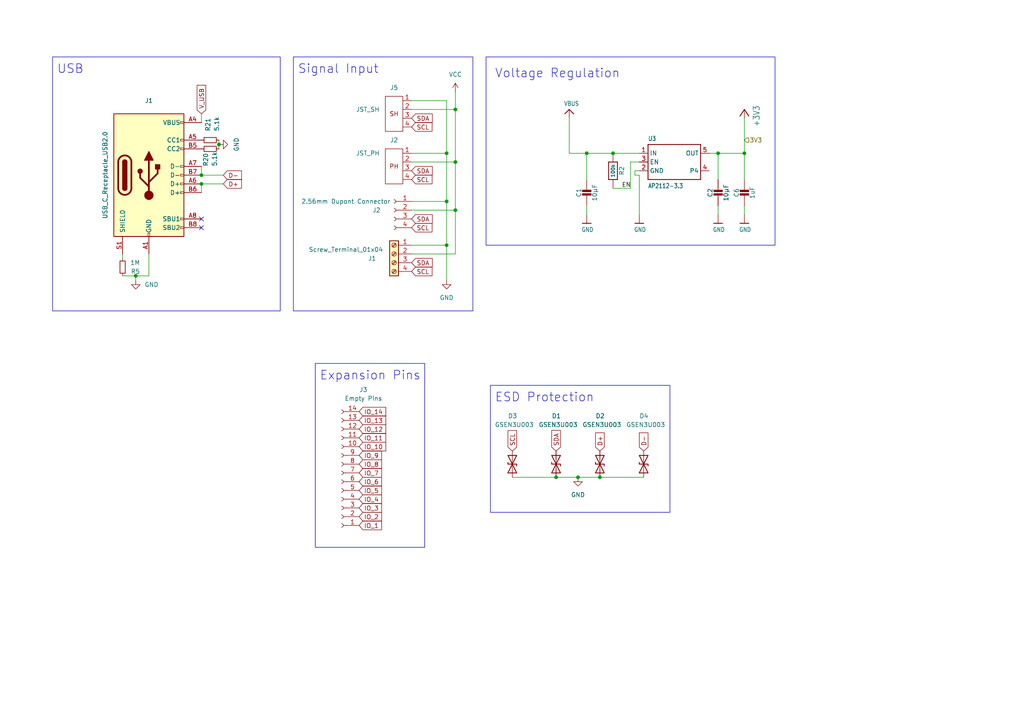
<source format=kicad_sch>
(kicad_sch (version 20230121) (generator eeschema)
  (paper "A4")
  (lib_symbols
    (symbol "Adafruit Feather M0 Express-eagle-import:+3V3" (power)
      (property "Value" "+3V3" (at -2.54 -5.08 90))
      (symbol "+3V3_1_0"
        (polyline (pts (xy 0 0) (xy -1.27 -1.905)) (stroke (width 0.254)))
        (polyline (pts (xy 1.27 -1.905) (xy 0 0)) (stroke (width 0.254)))
        (pin power_in line (at 0 -2.54 90) (length 2.54) (name "+3V3") (number "1"))
      )
    )
    (symbol "Adafruit Feather M0 Express-eagle-import:CAP_CERAMIC0603_NO"
      (property "Reference" "C" (at -2.29 1.25 90))
      (symbol "CAP_CERAMIC0603_NO_1_0"
        (rectangle (start -1.27 0.508) (end 1.27 1.016) (fill (type outline)))
        (rectangle (start -1.27 1.524) (end 1.27 2.032) (fill (type outline)))
        (polyline (pts (xy 0 0.762) (xy 0 0)) (stroke (width 0.1524)))
        (polyline (pts (xy 0 2.54) (xy 0 1.778)) (stroke (width 0.1524)))
        (pin passive line (at 0 5.08 270) (length 2.54) (name "1") (number "1"))
        (pin passive line (at 0 -2.54 90) (length 2.54) (name "2") (number "2"))
      )
    )
    (symbol "Adafruit Feather M0 Express-eagle-import:CAP_CERAMIC0805-NOOUTLINE"
      (property "Reference" "C" (at -2.29 1.25 90))
      (symbol "CAP_CERAMIC0805-NOOUTLINE_1_0"
        (rectangle (start -1.27 0.508) (end 1.27 1.016) (fill (type outline)))
        (rectangle (start -1.27 1.524) (end 1.27 2.032) (fill (type outline)))
        (polyline (pts (xy 0 0.762) (xy 0 0)) (stroke (width 0.1524)))
        (polyline (pts (xy 0 2.54) (xy 0 1.778)) (stroke (width 0.1524)))
        (pin passive line (at 0 5.08 270) (length 2.54) (name "1") (number "1"))
        (pin passive line (at 0 -2.54 90) (length 2.54) (name "2") (number "2"))
      )
    )
    (symbol "Adafruit Feather M0 Express-eagle-import:GND" (power)
      (property "Value" "GND" (at -1.524 -2.54 0))
      (symbol "GND_1_0"
        (polyline (pts (xy -1.27 0) (xy 1.27 0)) (stroke (width 0.254)))
        (pin power_in line (at 0 2.54 270) (length 2.54) (name "GND") (number "1"))
      )
    )
    (symbol "Adafruit Feather M0 Express-eagle-import:RESISTOR_0603_NOOUT"
      (property "Reference" "R" (at 0 2.54 0))
      (symbol "RESISTOR_0603_NOOUT_1_0"
        (polyline (pts (xy -2.54 -1.27) (xy -2.54 1.27)) (stroke (width 0.254)))
        (polyline (pts (xy -2.54 1.27) (xy 2.54 1.27)) (stroke (width 0.254)))
        (polyline (pts (xy 2.54 -1.27) (xy -2.54 -1.27)) (stroke (width 0.254)))
        (polyline (pts (xy 2.54 1.27) (xy 2.54 -1.27)) (stroke (width 0.254)))
        (pin passive line (at -5.08 0 0) (length 2.54) (name "1") (number "1"))
        (pin passive line (at 5.08 0 180) (length 2.54) (name "2") (number "2"))
      )
    )
    (symbol "Adafruit Feather M0 Express-eagle-import:VBUS" (power)
      (property "Value" "VBUS" (at -1.524 1.016 0))
      (symbol "VBUS_1_0"
        (polyline (pts (xy -1.27 -1.27) (xy 0 0)) (stroke (width 0.254)))
        (polyline (pts (xy 0 0) (xy 1.27 -1.27)) (stroke (width 0.254)))
        (pin power_in line (at 0 -2.54 90) (length 2.54) (name "VBUS") (number "1"))
      )
    )
    (symbol "Adafruit Feather M0 Express-eagle-import:VREG_SOT23-5"
      (property "Reference" "U" (at -7.62 6.096 0))
      (symbol "VREG_SOT23-5_1_0"
        (polyline (pts (xy -7.62 -5.08) (xy -7.62 5.08)) (stroke (width 0.254)))
        (polyline (pts (xy -7.62 5.08) (xy 7.62 5.08)) (stroke (width 0.254)))
        (polyline (pts (xy 7.62 -5.08) (xy -7.62 -5.08)) (stroke (width 0.254)))
        (polyline (pts (xy 7.62 5.08) (xy 7.62 -5.08)) (stroke (width 0.254)))
        (pin power_in line (at -10.16 2.54 0) (length 2.54) (name "IN") (number "1"))
        (pin power_in line (at -10.16 -2.54 0) (length 2.54) (name "GND") (number "2"))
        (pin input line (at -10.16 0 0) (length 2.54) (name "EN") (number "3"))
        (pin bidirectional line (at 10.16 -2.54 180) (length 2.54) (name "P4") (number "4"))
        (pin power_in line (at 10.16 2.54 180) (length 2.54) (name "OUT") (number "5"))
      )
    )
    (symbol "Connector:Conn_01x04_Socket" (pin_names (offset 1.016) hide)
      (property "Reference" "J" (at 0 5.08 0))
      (property "Value" "Conn_01x04_Socket" (at 0 -7.62 0))
      (symbol "Conn_01x04_Socket_1_1"
        (arc (start 0 -4.572) (mid -0.5058 -5.08) (end 0 -5.588) (stroke (width 0.1524)))
        (arc (start 0 -2.032) (mid -0.5058 -2.54) (end 0 -3.048) (stroke (width 0.1524)))
        (polyline (pts (xy -1.27 -5.08) (xy -0.508 -5.08)) (stroke (width 0.1524)))
        (polyline (pts (xy -1.27 -2.54) (xy -0.508 -2.54)) (stroke (width 0.1524)))
        (polyline (pts (xy -1.27 0) (xy -0.508 0)) (stroke (width 0.1524)))
        (polyline (pts (xy -1.27 2.54) (xy -0.508 2.54)) (stroke (width 0.1524)))
        (arc (start 0 0.508) (mid -0.5058 0) (end 0 -0.508) (stroke (width 0.1524)))
        (arc (start 0 3.048) (mid -0.5058 2.54) (end 0 2.032) (stroke (width 0.1524)))
        (pin passive line (at -5.08 2.54 0) (length 3.81) (name "Pin_1") (number "1"))
        (pin passive line (at -5.08 0 0) (length 3.81) (name "Pin_2") (number "2"))
        (pin passive line (at -5.08 -2.54 0) (length 3.81) (name "Pin_3") (number "3"))
        (pin passive line (at -5.08 -5.08 0) (length 3.81) (name "Pin_4") (number "4"))
      )
    )
    (symbol "Connector:Conn_01x14_Socket" (pin_names (offset 1.016) hide)
      (property "Reference" "J" (at 0 17.78 0))
      (property "Value" "Conn_01x14_Socket" (at 0 -20.32 0))
      (symbol "Conn_01x14_Socket_1_1"
        (arc (start 0 -17.272) (mid -0.5058 -17.78) (end 0 -18.288) (stroke (width 0.1524)))
        (arc (start 0 -14.732) (mid -0.5058 -15.24) (end 0 -15.748) (stroke (width 0.1524)))
        (arc (start 0 -12.192) (mid -0.5058 -12.7) (end 0 -13.208) (stroke (width 0.1524)))
        (arc (start 0 -9.652) (mid -0.5058 -10.16) (end 0 -10.668) (stroke (width 0.1524)))
        (arc (start 0 -7.112) (mid -0.5058 -7.62) (end 0 -8.128) (stroke (width 0.1524)))
        (arc (start 0 -4.572) (mid -0.5058 -5.08) (end 0 -5.588) (stroke (width 0.1524)))
        (arc (start 0 -2.032) (mid -0.5058 -2.54) (end 0 -3.048) (stroke (width 0.1524)))
        (polyline (pts (xy -1.27 -17.78) (xy -0.508 -17.78)) (stroke (width 0.1524)))
        (polyline (pts (xy -1.27 -15.24) (xy -0.508 -15.24)) (stroke (width 0.1524)))
        (polyline (pts (xy -1.27 -12.7) (xy -0.508 -12.7)) (stroke (width 0.1524)))
        (polyline (pts (xy -1.27 -10.16) (xy -0.508 -10.16)) (stroke (width 0.1524)))
        (polyline (pts (xy -1.27 -7.62) (xy -0.508 -7.62)) (stroke (width 0.1524)))
        (polyline (pts (xy -1.27 -5.08) (xy -0.508 -5.08)) (stroke (width 0.1524)))
        (polyline (pts (xy -1.27 -2.54) (xy -0.508 -2.54)) (stroke (width 0.1524)))
        (polyline (pts (xy -1.27 0) (xy -0.508 0)) (stroke (width 0.1524)))
        (polyline (pts (xy -1.27 2.54) (xy -0.508 2.54)) (stroke (width 0.1524)))
        (polyline (pts (xy -1.27 5.08) (xy -0.508 5.08)) (stroke (width 0.1524)))
        (polyline (pts (xy -1.27 7.62) (xy -0.508 7.62)) (stroke (width 0.1524)))
        (polyline (pts (xy -1.27 10.16) (xy -0.508 10.16)) (stroke (width 0.1524)))
        (polyline (pts (xy -1.27 12.7) (xy -0.508 12.7)) (stroke (width 0.1524)))
        (polyline (pts (xy -1.27 15.24) (xy -0.508 15.24)) (stroke (width 0.1524)))
        (arc (start 0 0.508) (mid -0.5058 0) (end 0 -0.508) (stroke (width 0.1524)))
        (arc (start 0 3.048) (mid -0.5058 2.54) (end 0 2.032) (stroke (width 0.1524)))
        (arc (start 0 5.588) (mid -0.5058 5.08) (end 0 4.572) (stroke (width 0.1524)))
        (arc (start 0 8.128) (mid -0.5058 7.62) (end 0 7.112) (stroke (width 0.1524)))
        (arc (start 0 10.668) (mid -0.5058 10.16) (end 0 9.652) (stroke (width 0.1524)))
        (arc (start 0 13.208) (mid -0.5058 12.7) (end 0 12.192) (stroke (width 0.1524)))
        (arc (start 0 15.748) (mid -0.5058 15.24) (end 0 14.732) (stroke (width 0.1524)))
        (pin passive line (at -5.08 15.24 0) (length 3.81) (name "Pin_1") (number "1"))
        (pin passive line (at -5.08 -7.62 0) (length 3.81) (name "Pin_10") (number "10"))
        (pin passive line (at -5.08 -10.16 0) (length 3.81) (name "Pin_11") (number "11"))
        (pin passive line (at -5.08 -12.7 0) (length 3.81) (name "Pin_12") (number "12"))
        (pin passive line (at -5.08 -15.24 0) (length 3.81) (name "Pin_13") (number "13"))
        (pin passive line (at -5.08 -17.78 0) (length 3.81) (name "Pin_14") (number "14"))
        (pin passive line (at -5.08 12.7 0) (length 3.81) (name "Pin_2") (number "2"))
        (pin passive line (at -5.08 10.16 0) (length 3.81) (name "Pin_3") (number "3"))
        (pin passive line (at -5.08 7.62 0) (length 3.81) (name "Pin_4") (number "4"))
        (pin passive line (at -5.08 5.08 0) (length 3.81) (name "Pin_5") (number "5"))
        (pin passive line (at -5.08 2.54 0) (length 3.81) (name "Pin_6") (number "6"))
        (pin passive line (at -5.08 0 0) (length 3.81) (name "Pin_7") (number "7"))
        (pin passive line (at -5.08 -2.54 0) (length 3.81) (name "Pin_8") (number "8"))
        (pin passive line (at -5.08 -5.08 0) (length 3.81) (name "Pin_9") (number "9"))
      )
    )
    (symbol "Connector:Screw_Terminal_01x04" (pin_names (offset 1.016) hide)
      (property "Reference" "J" (at 0 5.08 0))
      (property "Value" "Screw_Terminal_01x04" (at 0 -7.62 0))
      (symbol "Screw_Terminal_01x04_1_1"
        (rectangle (start -1.27 3.81) (end 1.27 -6.35) (stroke (width 0.254)) (fill (type background)))
        (circle (center 0 -5.08) (radius 0.635) (stroke (width 0.1524)))
        (circle (center 0 -2.54) (radius 0.635) (stroke (width 0.1524)))
        (polyline (pts (xy -0.5334 -4.7498) (xy 0.3302 -5.588)) (stroke (width 0.1524)))
        (polyline (pts (xy -0.5334 -2.2098) (xy 0.3302 -3.048)) (stroke (width 0.1524)))
        (polyline (pts (xy -0.5334 0.3302) (xy 0.3302 -0.508)) (stroke (width 0.1524)))
        (polyline (pts (xy -0.5334 2.8702) (xy 0.3302 2.032)) (stroke (width 0.1524)))
        (polyline (pts (xy -0.3556 -4.572) (xy 0.508 -5.4102)) (stroke (width 0.1524)))
        (polyline (pts (xy -0.3556 -2.032) (xy 0.508 -2.8702)) (stroke (width 0.1524)))
        (polyline (pts (xy -0.3556 0.508) (xy 0.508 -0.3302)) (stroke (width 0.1524)))
        (polyline (pts (xy -0.3556 3.048) (xy 0.508 2.2098)) (stroke (width 0.1524)))
        (circle (center 0 0) (radius 0.635) (stroke (width 0.1524)))
        (circle (center 0 2.54) (radius 0.635) (stroke (width 0.1524)))
        (pin passive line (at -5.08 2.54 0) (length 3.81) (name "Pin_1") (number "1"))
        (pin passive line (at -5.08 0 0) (length 3.81) (name "Pin_2") (number "2"))
        (pin passive line (at -5.08 -2.54 0) (length 3.81) (name "Pin_3") (number "3"))
        (pin passive line (at -5.08 -5.08 0) (length 3.81) (name "Pin_4") (number "4"))
      )
    )
    (symbol "Connector:USB_C_Receptacle_USB2.0" (pin_names (offset 1.016))
      (property "Reference" "J" (at -10.16 19.05 0))
      (property "Value" "USB_C_Receptacle_USB2.0" (at 19.05 19.05 0))
      (symbol "USB_C_Receptacle_USB2.0_0_0"
        (rectangle (start -0.254 -17.78) (end 0.254 -16.764))
        (rectangle (start 10.16 -14.986) (end 9.144 -15.494))
        (rectangle (start 10.16 -12.446) (end 9.144 -12.954))
        (rectangle (start 10.16 -4.826) (end 9.144 -5.334))
        (rectangle (start 10.16 -2.286) (end 9.144 -2.794))
        (rectangle (start 10.16 0.254) (end 9.144 -0.254))
        (rectangle (start 10.16 2.794) (end 9.144 2.286))
        (rectangle (start 10.16 7.874) (end 9.144 7.366))
        (rectangle (start 10.16 10.414) (end 9.144 9.906))
        (rectangle (start 10.16 15.494) (end 9.144 14.986))
      )
      (symbol "USB_C_Receptacle_USB2.0_0_1"
        (rectangle (start -10.16 17.78) (end 10.16 -17.78) (stroke (width 0.254)) (fill (type background)))
        (arc (start -8.89 -3.81) (mid -6.985 -5.7067) (end -5.08 -3.81) (stroke (width 0.508)))
        (arc (start -7.62 -3.81) (mid -6.985 -4.4423) (end -6.35 -3.81) (stroke (width 0.254)))
        (arc (start -7.62 -3.81) (mid -6.985 -4.4423) (end -6.35 -3.81) (stroke (width 0.254)) (fill (type outline)))
        (rectangle (start -7.62 -3.81) (end -6.35 3.81) (stroke (width 0.254)) (fill (type outline)))
        (arc (start -6.35 3.81) (mid -6.985 4.4423) (end -7.62 3.81) (stroke (width 0.254)))
        (arc (start -6.35 3.81) (mid -6.985 4.4423) (end -7.62 3.81) (stroke (width 0.254)) (fill (type outline)))
        (arc (start -5.08 3.81) (mid -6.985 5.7067) (end -8.89 3.81) (stroke (width 0.508)))
        (circle (center -2.54 1.143) (radius 0.635) (stroke (width 0.254)) (fill (type outline)))
        (circle (center 0 -5.842) (radius 1.27) (fill (type outline)))
        (polyline (pts (xy -8.89 -3.81) (xy -8.89 3.81)) (stroke (width 0.508)))
        (polyline (pts (xy -5.08 3.81) (xy -5.08 -3.81)) (stroke (width 0.508)))
        (polyline (pts (xy 0 -5.842) (xy 0 4.318)) (stroke (width 0.508)))
        (polyline (pts (xy 0 -3.302) (xy -2.54 -0.762) (xy -2.54 0.508)) (stroke (width 0.508)))
        (polyline (pts (xy 0 -2.032) (xy 2.54 0.508) (xy 2.54 1.778)) (stroke (width 0.508)))
        (polyline (pts (xy -1.27 4.318) (xy 0 6.858) (xy 1.27 4.318) (xy -1.27 4.318)) (stroke (width 0.254)) (fill (type outline)))
        (rectangle (start 1.905 1.778) (end 3.175 3.048) (stroke (width 0.254)) (fill (type outline)))
      )
      (symbol "USB_C_Receptacle_USB2.0_1_1"
        (pin passive line (at 0 -22.86 90) (length 5.08) (name "GND") (number "A1"))
        (pin passive line (at 0 -22.86 90) (length 5.08) hide (name "GND") (number "A12"))
        (pin passive line (at 15.24 15.24 180) (length 5.08) (name "VBUS") (number "A4"))
        (pin bidirectional line (at 15.24 10.16 180) (length 5.08) (name "CC1") (number "A5"))
        (pin bidirectional line (at 15.24 -2.54 180) (length 5.08) (name "D+") (number "A6"))
        (pin bidirectional line (at 15.24 2.54 180) (length 5.08) (name "D-") (number "A7"))
        (pin bidirectional line (at 15.24 -12.7 180) (length 5.08) (name "SBU1") (number "A8"))
        (pin passive line (at 15.24 15.24 180) (length 5.08) hide (name "VBUS") (number "A9"))
        (pin passive line (at 0 -22.86 90) (length 5.08) hide (name "GND") (number "B1"))
        (pin passive line (at 0 -22.86 90) (length 5.08) hide (name "GND") (number "B12"))
        (pin passive line (at 15.24 15.24 180) (length 5.08) hide (name "VBUS") (number "B4"))
        (pin bidirectional line (at 15.24 7.62 180) (length 5.08) (name "CC2") (number "B5"))
        (pin bidirectional line (at 15.24 -5.08 180) (length 5.08) (name "D+") (number "B6"))
        (pin bidirectional line (at 15.24 0 180) (length 5.08) (name "D-") (number "B7"))
        (pin bidirectional line (at 15.24 -15.24 180) (length 5.08) (name "SBU2") (number "B8"))
        (pin passive line (at 15.24 15.24 180) (length 5.08) hide (name "VBUS") (number "B9"))
        (pin passive line (at -7.62 -22.86 90) (length 5.08) (name "SHIELD") (number "S1"))
      )
    )
    (symbol "Device:D_TVS" (pin_numbers hide) (pin_names (offset 1.016) hide)
      (property "Reference" "D" (at 0 2.54 0))
      (property "Value" "D_TVS" (at 0 -2.54 0))
      (symbol "D_TVS_0_1"
        (polyline (pts (xy 1.27 0) (xy -1.27 0)))
        (polyline (pts (xy 0.508 1.27) (xy 0 1.27) (xy 0 -1.27) (xy -0.508 -1.27)) (stroke (width 0.254)))
        (polyline (pts (xy -2.54 1.27) (xy -2.54 -1.27) (xy 2.54 1.27) (xy 2.54 -1.27) (xy -2.54 1.27)) (stroke (width 0.254)))
      )
      (symbol "D_TVS_1_1"
        (pin passive line (at -3.81 0 0) (length 2.54) (name "A1") (number "1"))
        (pin passive line (at 3.81 0 180) (length 2.54) (name "A2") (number "2"))
      )
    )
    (symbol "Device:R_Small" (pin_numbers hide) (pin_names (offset 0.254) hide)
      (property "Reference" "R" (at 0.762 0.508 0))
      (property "Value" "R_Small" (at 0.762 -1.016 0))
      (symbol "R_Small_0_1"
        (rectangle (start -0.762 1.778) (end 0.762 -1.778) (stroke (width 0.2032)))
      )
      (symbol "R_Small_1_1"
        (pin passive line (at 0 2.54 270) (length 0.762) (name "~") (number "1"))
        (pin passive line (at 0 -2.54 90) (length 0.762) (name "~") (number "2"))
      )
    )
    (symbol "JST:JST_PH_4pin"
      (property "Reference" "U" (at 0 6.35 0))
      (symbol "JST_PH_4pin_1_1"
        (rectangle (start -2.54 5.08) (end 2.54 -5.08))
        (text "PH" (at 0 0 0) (effects (font (size 1.27 1.27))))
        (pin bidirectional line (at 5.08 3.81 180) (length 2.54) (name "") (number "1"))
        (pin bidirectional line (at 5.08 1.27 180) (length 2.54) (name "") (number "2"))
        (pin bidirectional line (at 5.08 -1.27 180) (length 2.54) (name "") (number "3"))
        (pin bidirectional line (at 5.08 -3.81 180) (length 2.54) (name "") (number "4"))
      )
    )
    (symbol "JST:JST_SH_4pin"
      (property "Reference" "U" (at 0 7.62 0))
      (symbol "JST_SH_4pin_1_1"
        (rectangle (start -2.54 5.08) (end 2.54 -5.08))
        (text "SH" (at 0 0 0) (effects (font (size 1.27 1.27))))
        (pin bidirectional line (at 5.08 3.81 180) (length 2.54) (name "") (number "1"))
        (pin bidirectional line (at 5.08 1.27 180) (length 2.54) (name "") (number "2"))
        (pin bidirectional line (at 5.08 -1.27 180) (length 2.54) (name "") (number "3"))
        (pin bidirectional line (at 5.08 -3.81 180) (length 2.54) (name "") (number "4"))
      )
    )
    (symbol "power:GND" (power) (pin_names (offset 0))
      (property "Value" "GND" (at 0 -3.81 0))
      (symbol "GND_0_1"
        (polyline (pts (xy 0 0) (xy 0 -1.27) (xy 1.27 -1.27) (xy 0 -2.54) (xy -1.27 -1.27) (xy 0 -1.27)))
      )
      (symbol "GND_1_1"
        (pin power_in line (at 0 0 270) (length 0) hide (name "GND") (number "1"))
      )
    )
    (symbol "power:VCC" (power) (pin_names (offset 0))
      (property "Value" "VCC" (at 0 3.81 0))
      (symbol "VCC_0_1"
        (polyline (pts (xy -0.762 1.27) (xy 0 2.54)))
        (polyline (pts (xy 0 0) (xy 0 2.54)))
        (polyline (pts (xy 0 2.54) (xy 0.762 1.27)))
      )
      (symbol "VCC_1_1"
        (pin power_in line (at 0 0 90) (length 0) hide (name "VCC") (number "1"))
      )
    )
  )
  (junction (at 215.9 44.45))
  (junction (at 167.64 138.43))
  (junction (at 161.29 138.43))
  (junction (at 129.54 44.45))
  (junction (at 177.8 44.45))
  (junction (at 129.54 58.42))
  (junction (at 170.18 44.45))
  (junction (at 173.99 138.43))
  (junction (at 129.54 71.12))
  (junction (at 132.08 46.99))
  (junction (at 63.5 41.91))
  (junction (at 132.08 31.75))
  (junction (at 58.42 53.34))
  (junction (at 208.28 44.45))
  (junction (at 58.42 50.8))
  (junction (at 132.08 60.96))
  (junction (at 39.37 80.01))
  (no_connect (at 58.42 63.5))
  (no_connect (at 58.42 66.04))
  (wire (pts (xy 129.54 29.21) (xy 129.54 44.45)))
  (wire (pts (xy 119.38 60.96) (xy 132.08 60.96)))
  (wire (pts (xy 205.74 44.45) (xy 208.28 44.45)) (stroke (width 0.1524)))
  (wire (pts (xy 58.42 53.34) (xy 64.77 53.34)))
  (wire (pts (xy 182.88 46.99) (xy 185.42 46.99)) (stroke (width 0.1524)))
  (wire (pts (xy 119.38 73.66) (xy 132.08 73.66)))
  (wire (pts (xy 165.1 44.45) (xy 170.18 44.45)) (stroke (width 0.1524)))
  (wire (pts (xy 132.08 31.75) (xy 132.08 26.67)))
  (wire (pts (xy 165.1 34.29) (xy 165.1 44.45)) (stroke (width 0.1524)))
  (wire (pts (xy 129.54 44.45) (xy 129.54 58.42)))
  (wire (pts (xy 208.28 59.69) (xy 208.28 62.23)) (stroke (width 0.1524)))
  (wire (pts (xy 119.38 44.45) (xy 129.54 44.45)))
  (wire (pts (xy 215.9 59.69) (xy 215.9 62.23)) (stroke (width 0.1524)))
  (wire (pts (xy 185.42 50.8) (xy 185.42 62.23)) (stroke (width 0.1524)))
  (wire (pts (xy 43.18 73.66) (xy 43.18 80.01)))
  (wire (pts (xy 119.38 31.75) (xy 132.08 31.75)))
  (wire (pts (xy 161.29 138.43) (xy 167.64 138.43)))
  (wire (pts (xy 119.38 29.21) (xy 129.54 29.21)))
  (wire (pts (xy 39.37 80.01) (xy 39.37 81.28)))
  (wire (pts (xy 132.08 73.66) (xy 132.08 60.96)))
  (wire (pts (xy 208.28 44.45) (xy 215.9 44.45)) (stroke (width 0.1524)))
  (wire (pts (xy 58.42 48.26) (xy 58.42 50.8)))
  (wire (pts (xy 119.38 58.42) (xy 129.54 58.42)))
  (wire (pts (xy 39.37 80.01) (xy 43.18 80.01)))
  (wire (pts (xy 215.9 44.45) (xy 215.9 34.29)) (stroke (width 0.1524)))
  (wire (pts (xy 58.42 35.56) (xy 58.42 33.02)))
  (wire (pts (xy 215.9 44.45) (xy 215.9 52.07)) (stroke (width 0.1524)))
  (wire (pts (xy 182.88 54.61) (xy 182.88 46.99)) (stroke (width 0.1524)))
  (wire (pts (xy 132.08 46.99) (xy 132.08 31.75)))
  (wire (pts (xy 129.54 58.42) (xy 129.54 71.12)))
  (wire (pts (xy 184.15 49.53) (xy 184.15 50.8)) (stroke (width 0.1524)))
  (wire (pts (xy 148.59 138.43) (xy 161.29 138.43)))
  (wire (pts (xy 184.15 50.8) (xy 185.42 50.8)) (stroke (width 0.1524)))
  (wire (pts (xy 177.8 44.45) (xy 170.18 44.45)) (stroke (width 0.1524)))
  (wire (pts (xy 63.5 41.91) (xy 63.5 40.64)))
  (wire (pts (xy 119.38 71.12) (xy 129.54 71.12)))
  (wire (pts (xy 58.42 53.34) (xy 58.42 55.88)))
  (wire (pts (xy 58.42 50.8) (xy 64.77 50.8)))
  (wire (pts (xy 173.99 138.43) (xy 186.69 138.43)))
  (wire (pts (xy 119.38 46.99) (xy 132.08 46.99)))
  (wire (pts (xy 177.8 54.61) (xy 182.88 54.61)) (stroke (width 0.1524)))
  (wire (pts (xy 35.56 80.01) (xy 39.37 80.01)))
  (wire (pts (xy 35.56 73.66) (xy 35.56 74.93)))
  (wire (pts (xy 129.54 71.12) (xy 129.54 81.28)))
  (wire (pts (xy 170.18 44.45) (xy 170.18 52.07)) (stroke (width 0.1524)))
  (wire (pts (xy 184.15 49.53) (xy 185.42 49.53)) (stroke (width 0.1524)))
  (wire (pts (xy 132.08 60.96) (xy 132.08 46.99)))
  (wire (pts (xy 185.42 44.45) (xy 177.8 44.45)) (stroke (width 0.1524)))
  (wire (pts (xy 208.28 52.07) (xy 208.28 44.45)) (stroke (width 0.1524)))
  (wire (pts (xy 170.18 59.69) (xy 170.18 62.23)) (stroke (width 0.1524)))
  (wire (pts (xy 167.64 138.43) (xy 173.99 138.43)))
  (wire (pts (xy 63.5 43.18) (xy 63.5 41.91)))
  (rectangle (start 140.97 16.51) (end 224.79 71.12))
  (rectangle (start 15.24 16.51) (end 81.28 90.17))
  (rectangle (start 91.44 105.41) (end 123.19 158.75))
  (rectangle (start 85.09 16.51) (end 137.16 90.17))
  (rectangle (start 142.24 111.76) (end 194.31 148.59))
  (text "ESD Protection\n" (at 143.51 116.84 0) (effects (font (size 2.54 2.54)) (justify left bottom)))
  (text "Voltage Regulation\n" (at 143.51 22.86 0) (effects (font (size 2.54 2.54)) (justify left bottom)))
  (text "					" (at 16.51 20.32 0) (effects (font (size 5.08 5.08)) (justify left bottom)))
  (text "Signal Input" (at 86.36 21.59 0) (effects (font (size 2.54 2.54)) (justify left bottom)))
  (text "Expansion Pins" (at 92.71 110.49 0) (effects (font (size 2.54 2.54)) (justify left bottom)))
  (text "USB" (at 16.51 21.59 0) (effects (font (size 2.54 2.54)) (justify left bottom)))
  (label "EN" (at 180.34 54.61 0) (effects (font (size 1.2446 1.2446))))
  (global_label "IO_7" (shape input) (at 104.14 137.16 0) (property "Intersheetrefs" "${INTERSHEET_REFS}" (effects hide)))
  (global_label "SDA" (shape input) (at 161.29 130.81 90) (property "Intersheetrefs" "${INTERSHEET_REFS}" (effects hide)))
  (global_label "D-" (shape input) (at 186.69 130.81 90) (property "Intersheetrefs" "${INTERSHEET_REFS}" (effects hide)))
  (global_label "SDA" (shape input) (at 119.38 34.29 0) (property "Intersheetrefs" "${INTERSHEET_REFS}" (effects hide)))
  (global_label "IO_4" (shape input) (at 104.14 144.78 0) (property "Intersheetrefs" "${INTERSHEET_REFS}" (effects hide)))
  (global_label "IO_14" (shape input) (at 104.14 119.38 0) (property "Intersheetrefs" "${INTERSHEET_REFS}" (effects hide)))
  (global_label "V_USB" (shape input) (at 58.42 33.02 90) (property "Intersheetrefs" "${INTERSHEET_REFS}" (effects hide)))
  (global_label "SDA" (shape input) (at 119.38 76.2 0) (property "Intersheetrefs" "${INTERSHEET_REFS}" (effects hide)))
  (global_label "SCL" (shape input) (at 119.38 78.74 0) (property "Intersheetrefs" "${INTERSHEET_REFS}" (effects hide)))
  (global_label "SDA" (shape input) (at 119.38 63.5 0) (property "Intersheetrefs" "${INTERSHEET_REFS}" (effects hide)))
  (global_label "SDA" (shape input) (at 119.38 49.53 0) (property "Intersheetrefs" "${INTERSHEET_REFS}" (effects hide)))
  (global_label "IO_8" (shape input) (at 104.14 134.62 0) (property "Intersheetrefs" "${INTERSHEET_REFS}" (effects hide)))
  (global_label "D-" (shape input) (at 64.77 50.8 0) (property "Intersheetrefs" "${INTERSHEET_REFS}" (effects hide)))
  (global_label "SCL" (shape input) (at 119.38 66.04 0) (property "Intersheetrefs" "${INTERSHEET_REFS}" (effects hide)))
  (global_label "IO_5" (shape input) (at 104.14 142.24 0) (property "Intersheetrefs" "${INTERSHEET_REFS}" (effects hide)))
  (global_label "D+" (shape input) (at 173.99 130.81 90) (property "Intersheetrefs" "${INTERSHEET_REFS}" (effects hide)))
  (global_label "SCL" (shape input) (at 119.38 52.07 0) (property "Intersheetrefs" "${INTERSHEET_REFS}" (effects hide)))
  (global_label "SCL" (shape input) (at 148.59 130.81 90) (property "Intersheetrefs" "${INTERSHEET_REFS}" (effects hide)))
  (global_label "IO_11" (shape input) (at 104.14 127 0) (property "Intersheetrefs" "${INTERSHEET_REFS}" (effects hide)))
  (global_label "IO_2" (shape input) (at 104.14 149.86 0) (property "Intersheetrefs" "${INTERSHEET_REFS}" (effects hide)))
  (global_label "IO_13" (shape input) (at 104.14 121.92 0) (property "Intersheetrefs" "${INTERSHEET_REFS}" (effects hide)))
  (global_label "IO_6" (shape input) (at 104.14 139.7 0) (property "Intersheetrefs" "${INTERSHEET_REFS}" (effects hide)))
  (global_label "IO_9" (shape input) (at 104.14 132.08 0) (property "Intersheetrefs" "${INTERSHEET_REFS}" (effects hide)))
  (global_label "SCL" (shape input) (at 119.38 36.83 0) (property "Intersheetrefs" "${INTERSHEET_REFS}" (effects hide)))
  (global_label "IO_1" (shape input) (at 104.14 152.4 0) (property "Intersheetrefs" "${INTERSHEET_REFS}" (effects hide)))
  (global_label "IO_10" (shape input) (at 104.14 129.54 0) (property "Intersheetrefs" "${INTERSHEET_REFS}" (effects hide)))
  (global_label "IO_3" (shape input) (at 104.14 147.32 0) (property "Intersheetrefs" "${INTERSHEET_REFS}" (effects hide)))
  (global_label "IO_12" (shape input) (at 104.14 124.46 0) (property "Intersheetrefs" "${INTERSHEET_REFS}" (effects hide)))
  (global_label "D+" (shape input) (at 64.77 53.34 0) (property "Intersheetrefs" "${INTERSHEET_REFS}" (effects hide)))
  (hierarchical_label "3V3" (shape input) (at 215.9 40.64 0))
  (symbol (lib_id "Connector:USB_C_Receptacle_USB2.0") (at 43.18 50.8 0) (unit 1)
    (property "Reference" "J1" (at 43.18 29.21 0))
    (property "Value" "USB_C_Receptacle_USB2.0" (at 30.48 50.8 90))
    (property "Footprint" "Connector_USB:USB_C_Receptacle_JAE_DX07S016JA1R1500" (effects hide))
    (property "Datasheet" "https://www.usb.org/sites/default/files/documents/usb_type-c.zip" (effects hide))
    (instances (project "AutoTiller" (path "" (reference "J1") (unit 1))) (project "Axis_Basic" (path "" (reference "J4") (unit 1))))
  )
  (symbol (lib_id "Connector:Screw_Terminal_01x04") (at 114.3 73.66 0) (mirror y) (unit 1)
    (property "Reference" "J1" (at 107.95 74.93 0))
    (property "Value" "Screw_Terminal_01x04" (at 100.33 72.39 0))
  )
  (symbol (lib_id "Adafruit Feather M0 Express-eagle-import:CAP_CERAMIC0805-NOOUTLINE") (at 170.18 57.15 0) (unit 1)
    (property "Reference" "C1" (at 167.89 55.9 90))
    (property "Value" "10µF" (at 172.48 55.9 90))
    (property "Footprint" "Adafruit Feather M0 Express:0805-NO" (effects hide))
    (instances (project "Axis_Basic" (path "" (reference "C1") (unit 1)) (path "" (reference "C1") (unit 1))) (project "Adafruit Feather M0 Express" (path "" (reference "C6") (unit 1))))
  )
  (symbol (lib_id "power:GND") (at 39.37 81.28 0) (unit 1)
    (property "Reference" "#PWR044" (effects hide))
    (property "Value" "GND" (at 41.91 82.55 0) (effects (justify left)))
    (instances (project "AutoTiller" (path "" (reference "#PWR044") (unit 1))) (project "Axis_Basic" (path "" (reference "#PWR03") (unit 1))))
  )
  (symbol (lib_id "Adafruit Feather M0 Express-eagle-import:RESISTOR_0603_NOOUT") (at 177.8 49.53 270) (unit 1)
    (property "Reference" "R2" (at 180.34 49.53 0))
    (property "Value" "100k" (at 177.8 49.53 0) (effects (font (size 1.016 1.016) bold)))
    (property "Footprint" "Adafruit Feather M0 Express:0603-NO" (effects hide))
    (instances (project "Axis_Basic" (path "" (reference "R2") (unit 1)) (path "" (reference "R2") (unit 1))) (project "Adafruit Feather M0 Express" (path "" (reference "R1") (unit 1))))
  )
  (symbol (lib_id "Device:D_TVS") (at 173.99 134.62 90) (unit 1)
    (property "Reference" "D2" (at 172.72 120.65 90) (effects (justify right)))
    (property "Value" "GSEN3U003" (at 168.91 123.19 90) (effects (justify right)))
  )
  (symbol (lib_id "power:GND") (at 167.64 138.43 0) (unit 1)
    (property "Reference" "#PWR05" (effects hide))
    (property "Value" "GND" (at 167.64 143.51 0))
  )
  (symbol (lib_id "Adafruit Feather M0 Express-eagle-import:CAP_CERAMIC0805-NOOUTLINE") (at 208.28 57.15 0) (unit 1)
    (property "Reference" "C2" (at 205.99 55.9 90))
    (property "Value" "10µF" (at 210.58 55.9 90))
    (property "Footprint" "Adafruit Feather M0 Express:0805-NO" (effects hide))
    (instances (project "Axis_Basic" (path "" (reference "C2") (unit 1)) (path "" (reference "C2") (unit 1))) (project "Adafruit Feather M0 Express" (path "" (reference "C8") (unit 1))))
  )
  (symbol (lib_id "Adafruit Feather M0 Express-eagle-import:GND") (at 215.9 64.77 0) (unit 1)
    (property "Reference" "#U$011" (effects hide))
    (property "Value" "GND" (at 214.376 67.31 0) (effects (font (size 1.27 1.0795)) (justify left bottom)))
    (instances (project "Axis_Basic" (path "" (reference "#U$011") (unit 1)) (path "" (reference "#U$010") (unit 1))) (project "Adafruit Feather M0 Express" (path "" (reference "#U$28") (unit 1))))
  )
  (symbol (lib_id "Adafruit Feather M0 Express-eagle-import:VREG_SOT23-5") (at 195.58 46.99 0) (unit 1)
    (property "Reference" "U3" (at 187.96 40.894 0) (effects (font (size 1.27 1.0795)) (justify left bottom)))
    (property "Value" "AP2112-3.3" (at 187.96 54.61 0) (effects (font (size 1.27 1.0795)) (justify left bottom)))
    (property "Footprint" "Adafruit Feather M0 Express:SOT23-5" (effects hide))
    (instances (project "Axis_Basic" (path "" (reference "U3") (unit 1)) (path "" (reference "U3") (unit 1))) (project "Adafruit Feather M0 Express" (path "" (reference "U2") (unit 1))))
  )
  (symbol (lib_id "Device:R_Small") (at 60.96 40.64 90) (unit 1)
    (property "Reference" "R21" (at 60.325 38.1 0) (effects (justify left)))
    (property "Value" "5.1k" (at 62.865 38.1 0) (effects (justify left)))
    (property "Footprint" "Resistor_SMD:R_0402_1005Metric" (effects hide))
    (instances (project "AutoTiller" (path "" (reference "R21") (unit 1))) (project "Axis_Basic" (path "" (reference "R4") (unit 1))))
  )
  (symbol (lib_id "JST:JST_SH_4pin") (at 114.3 33.02 0) (unit 1)
    (property "Reference" "J5" (at 114.3 25.4 0))
    (property "Value" "JST_SH" (at 106.68 31.75 0))
  )
  (symbol (lib_id "Adafruit Feather M0 Express-eagle-import:GND") (at 185.42 64.77 0) (unit 1)
    (property "Reference" "#U$09" (effects hide))
    (property "Value" "GND" (at 183.896 67.31 0) (effects (font (size 1.27 1.0795)) (justify left bottom)))
    (instances (project "Axis_Basic" (path "" (reference "#U$09") (unit 1)) (path "" (reference "#U$08") (unit 1))) (project "Adafruit Feather M0 Express" (path "" (reference "#U$30") (unit 1))))
  )
  (symbol (lib_id "Connector:Conn_01x04_Socket") (at 114.3 60.96 0) (mirror y) (unit 1)
    (property "Reference" "J2" (at 109.22 60.96 0))
    (property "Value" "2.56mm Dupont Connector" (at 100.33 58.42 0))
  )
  (symbol (lib_id "power:VCC") (at 132.08 26.67 0) (unit 1)
    (property "Reference" "#PWR01" (effects hide))
    (property "Value" "VCC" (at 132.08 21.59 0))
  )
  (symbol (lib_id "Device:D_TVS") (at 186.69 134.62 90) (unit 1)
    (property "Reference" "D4" (at 185.42 120.65 90) (effects (justify right)))
    (property "Value" "GSEN3U003" (at 181.61 123.19 90) (effects (justify right)))
  )
  (symbol (lib_id "Device:D_TVS") (at 148.59 134.62 90) (unit 1)
    (property "Reference" "D3" (at 147.32 120.65 90) (effects (justify right)))
    (property "Value" "GSEN3U003" (at 143.51 123.19 90) (effects (justify right)))
  )
  (symbol (lib_id "Adafruit Feather M0 Express-eagle-import:VBUS") (at 165.1 31.75 0) (unit 1)
    (property "Reference" "#U$06" (effects hide))
    (property "Value" "VBUS" (at 163.576 30.734 0) (effects (font (size 1.27 1.0795)) (justify left bottom)))
    (instances (project "Axis_Basic" (path "" (reference "#U$06") (unit 1)) (path "" (reference "#U$06") (unit 1))) (project "Adafruit Feather M0 Express" (path "" (reference "#U$3") (unit 1))))
  )
  (symbol (lib_id "JST:JST_PH_4pin") (at 114.3 48.26 0) (unit 1)
    (property "Reference" "J2" (at 114.3 40.64 0))
    (property "Value" "JST_PH" (at 106.68 44.45 0))
  )
  (symbol (lib_id "power:GND") (at 129.54 81.28 0) (unit 1)
    (property "Reference" "#PWR02" (effects hide))
    (property "Value" "GND" (at 129.54 86.36 0))
  )
  (symbol (lib_id "power:GND") (at 63.5 41.91 90) (unit 1)
    (property "Reference" "#PWR052" (effects hide))
    (property "Value" "GND" (at 68.58 41.91 0))
    (instances (project "AutoTiller" (path "" (reference "#PWR052") (unit 1))) (project "Axis_Basic" (path "" (reference "#PWR04") (unit 1))))
  )
  (symbol (lib_id "Adafruit Feather M0 Express-eagle-import:+3V3") (at 215.9 31.75 0) (mirror y) (unit 1)
    (property "Reference" "#+3V05" (effects hide))
    (property "Value" "+3V3" (at 218.44 36.83 90) (effects (font (size 1.778 1.5113)) (justify left bottom)))
    (instances (project "Axis_Basic" (path "" (reference "#+3V05") (unit 1)) (path "" (reference "#+3V05") (unit 1))) (project "Adafruit Feather M0 Express" (path "" (reference "#+3V4") (unit 1))))
  )
  (symbol (lib_id "Device:D_TVS") (at 161.29 134.62 90) (unit 1)
    (property "Reference" "D1" (at 160.02 120.65 90) (effects (justify right)))
    (property "Value" "GSEN3U003" (at 156.21 123.19 90) (effects (justify right)))
  )
  (symbol (lib_id "Device:R_Small") (at 35.56 77.47 180) (unit 1)
    (property "Reference" "R5" (at 40.64 78.74 0) (effects (justify left)))
    (property "Value" "1M" (at 40.64 76.2 0) (effects (justify left)))
  )
  (symbol (lib_id "Connector:Conn_01x14_Socket") (at 99.06 137.16 180) (unit 1)
    (property "Reference" "J3" (at 105.41 113.03 0))
    (property "Value" "Empty Pins" (at 105.41 115.57 0))
  )
  (symbol (lib_id "Adafruit Feather M0 Express-eagle-import:GND") (at 208.28 64.77 0) (unit 1)
    (property "Reference" "#U$010" (effects hide))
    (property "Value" "GND" (at 206.756 67.31 0) (effects (font (size 1.27 1.0795)) (justify left bottom)))
    (instances (project "Axis_Basic" (path "" (reference "#U$010") (unit 1)) (path "" (reference "#U$09") (unit 1))) (project "Adafruit Feather M0 Express" (path "" (reference "#U$29") (unit 1))))
  )
  (symbol (lib_id "Device:R_Small") (at 60.96 43.18 90) (unit 1)
    (property "Reference" "R20" (at 59.69 48.26 0) (effects (justify left)))
    (property "Value" "5.1k" (at 62.23 48.26 0) (effects (justify left)))
    (property "Footprint" "Resistor_SMD:R_0402_1005Metric" (effects hide))
    (instances (project "AutoTiller" (path "" (reference "R20") (unit 1))) (project "Axis_Basic" (path "" (reference "R3") (unit 1))))
  )
  (symbol (lib_id "Adafruit Feather M0 Express-eagle-import:CAP_CERAMIC0603_NO") (at 215.9 57.15 0) (unit 1)
    (property "Reference" "C6" (at 213.61 55.9 90))
    (property "Value" "1uF" (at 218.2 55.9 90))
    (property "Footprint" "Adafruit Feather M0 Express:0603-NO" (effects hide))
    (instances (project "Axis_Basic" (path "" (reference "C6") (unit 1)) (path "" (reference "C6") (unit 1))) (project "Adafruit Feather M0 Express" (path "" (reference "C7") (unit 1))))
  )
  (symbol (lib_id "Adafruit Feather M0 Express-eagle-import:GND") (at 170.18 64.77 0) (unit 1)
    (property "Reference" "#U$08" (effects hide))
    (property "Value" "GND" (at 168.656 67.31 0) (effects (font (size 1.27 1.0795)) (justify left bottom)))
    (instances (project "Axis_Basic" (path "" (reference "#U$08") (unit 1)) (path "" (reference "#U$07") (unit 1))) (project "Adafruit Feather M0 Express" (path "" (reference "#U$27") (unit 1))))
  )
)
</source>
